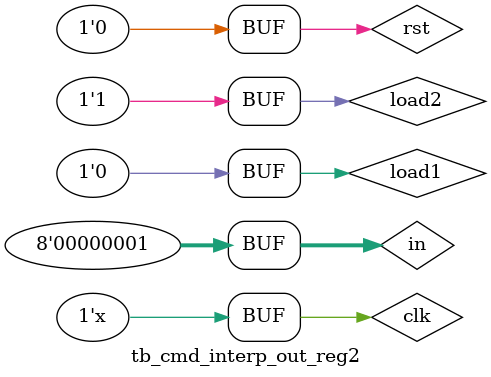
<source format=v>
`timescale 1ns / 1ps


module tb_cmd_interp_out_reg2;

	// Inputs
	reg [7:0] in;
	reg clk;
	reg rst;
	reg load1;
	reg load2;

	// Outputs
	wire [7:0] out;

	// Instantiate the Unit Under Test (UUT)
	cmd_interp_out_reg2 uut (
		.in(in), 
		.clk(clk), 
		.rst(rst), 
		.load1(load1), 
		.load2(load2), 
		.out(out)
	);
	always #5 clk = ~clk;
	initial begin
		// Initialize Inputs
		in = 0;
		clk = 0;
		rst = 0;
		load1 = 0;
		load2 = 0;

		// Wait 100 ns for global reset to finish
		#100;
		rst = 1;
		#15
		rst = 0;
       in = 8'd1;
		 load1 = 1;
		#15
		in = 8'd1;
		load1 = 0;
		load2 = 1;
		// Add stimulus here

	end
      
endmodule


</source>
